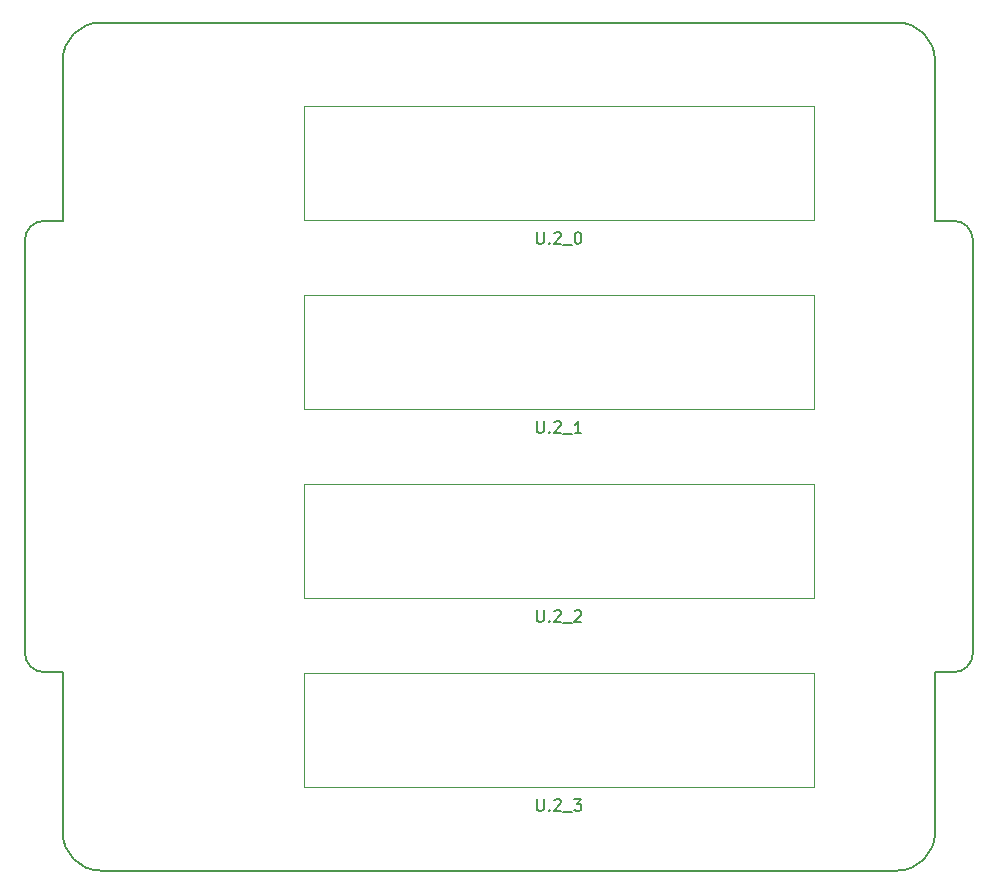
<source format=gbr>
%TF.GenerationSoftware,KiCad,Pcbnew,5.0.1-33cea8e~68~ubuntu18.10.1*%
%TF.CreationDate,2018-10-31T11:46:57-06:00*%
%TF.ProjectId,thelio-io-sas,7468656C696F2D696F2D7361732E6B69,rev?*%
%TF.SameCoordinates,Original*%
%TF.FileFunction,Legend,Top*%
%TF.FilePolarity,Positive*%
%FSLAX46Y46*%
G04 Gerber Fmt 4.6, Leading zero omitted, Abs format (unit mm)*
G04 Created by KiCad (PCBNEW 5.0.1-33cea8e~68~ubuntu18.10.1) date Wed Oct 31 11:46:57 2018*
%MOMM*%
%LPD*%
G01*
G04 APERTURE LIST*
%ADD10C,0.200000*%
%ADD11C,0.150000*%
%ADD12C,0.120000*%
G04 APERTURE END LIST*
D10*
X77050000Y-18400000D02*
X77050000Y-53400000D01*
X75450000Y-16800000D02*
G75*
G02X77050000Y-18400000I0J-1600000D01*
G01*
X73850000Y-16800000D02*
X75450000Y-16800000D01*
X73850000Y-55000000D02*
X75450000Y-55000000D01*
X77050000Y-53400000D02*
G75*
G02X75450000Y-55000000I-1600000J0D01*
G01*
X70650000Y0D02*
G75*
G02X73850000Y-3200000I0J-3200000D01*
G01*
D11*
X73850000Y-68600000D02*
G75*
G02X70650000Y-71800000I-3200000J0D01*
G01*
D10*
X73850000Y-16800000D02*
X73850000Y-3200000D01*
X73850000Y-55000000D02*
X73850000Y-68600000D01*
X-3200000Y-18400000D02*
G75*
G02X-1600000Y-16800000I1600000J0D01*
G01*
X0Y-16800000D02*
X-1600000Y-16800000D01*
X0Y-55000000D02*
X-1600000Y-55000000D01*
X-1600000Y-55000000D02*
G75*
G02X-3200000Y-53400000I0J1600000D01*
G01*
X-3200000Y-53400000D02*
X-3200000Y-18400000D01*
X0Y-16800000D02*
X0Y-3200000D01*
X0Y-55000000D02*
X0Y-68600000D01*
X3200000Y0D02*
X70650000Y0D01*
X0Y-3200000D02*
G75*
G02X3200000Y0I3200000J0D01*
G01*
X70650000Y-71800000D02*
X3200000Y-71800000D01*
X3200000Y-71800000D02*
G75*
G02X0Y-68600000I0J3200000D01*
G01*
D12*
%TO.C,U.2_3*%
X20400000Y-64700000D02*
X20400000Y-55100000D01*
X63600000Y-64700000D02*
X20400000Y-64700000D01*
X63600000Y-55100000D02*
X63600000Y-64700000D01*
X20400000Y-55100000D02*
X63600000Y-55100000D01*
%TO.C,U.2_2*%
X20400000Y-48700000D02*
X20400000Y-39100000D01*
X63600000Y-48700000D02*
X20400000Y-48700000D01*
X63600000Y-39100000D02*
X63600000Y-48700000D01*
X20400000Y-39100000D02*
X63600000Y-39100000D01*
%TO.C,U.2_1*%
X20400000Y-23100000D02*
X63600000Y-23100000D01*
X63600000Y-23100000D02*
X63600000Y-32700000D01*
X63600000Y-32700000D02*
X20400000Y-32700000D01*
X20400000Y-32700000D02*
X20400000Y-23100000D01*
%TO.C,U.2_0*%
X20400000Y-7100000D02*
X63600000Y-7100000D01*
X63600000Y-7100000D02*
X63600000Y-16700000D01*
X63600000Y-16700000D02*
X20400000Y-16700000D01*
X20400000Y-16700000D02*
X20400000Y-7100000D01*
%TD*%
%TO.C,U.2_3*%
D11*
X40142857Y-65752380D02*
X40142857Y-66561904D01*
X40190476Y-66657142D01*
X40238095Y-66704761D01*
X40333333Y-66752380D01*
X40523809Y-66752380D01*
X40619047Y-66704761D01*
X40666666Y-66657142D01*
X40714285Y-66561904D01*
X40714285Y-65752380D01*
X41190476Y-66657142D02*
X41238095Y-66704761D01*
X41190476Y-66752380D01*
X41142857Y-66704761D01*
X41190476Y-66657142D01*
X41190476Y-66752380D01*
X41619047Y-65847619D02*
X41666666Y-65800000D01*
X41761904Y-65752380D01*
X42000000Y-65752380D01*
X42095238Y-65800000D01*
X42142857Y-65847619D01*
X42190476Y-65942857D01*
X42190476Y-66038095D01*
X42142857Y-66180952D01*
X41571428Y-66752380D01*
X42190476Y-66752380D01*
X42380952Y-66847619D02*
X43142857Y-66847619D01*
X43285714Y-65752380D02*
X43904761Y-65752380D01*
X43571428Y-66133333D01*
X43714285Y-66133333D01*
X43809523Y-66180952D01*
X43857142Y-66228571D01*
X43904761Y-66323809D01*
X43904761Y-66561904D01*
X43857142Y-66657142D01*
X43809523Y-66704761D01*
X43714285Y-66752380D01*
X43428571Y-66752380D01*
X43333333Y-66704761D01*
X43285714Y-66657142D01*
%TO.C,U.2_2*%
X40142857Y-49752380D02*
X40142857Y-50561904D01*
X40190476Y-50657142D01*
X40238095Y-50704761D01*
X40333333Y-50752380D01*
X40523809Y-50752380D01*
X40619047Y-50704761D01*
X40666666Y-50657142D01*
X40714285Y-50561904D01*
X40714285Y-49752380D01*
X41190476Y-50657142D02*
X41238095Y-50704761D01*
X41190476Y-50752380D01*
X41142857Y-50704761D01*
X41190476Y-50657142D01*
X41190476Y-50752380D01*
X41619047Y-49847619D02*
X41666666Y-49800000D01*
X41761904Y-49752380D01*
X42000000Y-49752380D01*
X42095238Y-49800000D01*
X42142857Y-49847619D01*
X42190476Y-49942857D01*
X42190476Y-50038095D01*
X42142857Y-50180952D01*
X41571428Y-50752380D01*
X42190476Y-50752380D01*
X42380952Y-50847619D02*
X43142857Y-50847619D01*
X43333333Y-49847619D02*
X43380952Y-49800000D01*
X43476190Y-49752380D01*
X43714285Y-49752380D01*
X43809523Y-49800000D01*
X43857142Y-49847619D01*
X43904761Y-49942857D01*
X43904761Y-50038095D01*
X43857142Y-50180952D01*
X43285714Y-50752380D01*
X43904761Y-50752380D01*
%TO.C,U.2_1*%
X40142857Y-33752380D02*
X40142857Y-34561904D01*
X40190476Y-34657142D01*
X40238095Y-34704761D01*
X40333333Y-34752380D01*
X40523809Y-34752380D01*
X40619047Y-34704761D01*
X40666666Y-34657142D01*
X40714285Y-34561904D01*
X40714285Y-33752380D01*
X41190476Y-34657142D02*
X41238095Y-34704761D01*
X41190476Y-34752380D01*
X41142857Y-34704761D01*
X41190476Y-34657142D01*
X41190476Y-34752380D01*
X41619047Y-33847619D02*
X41666666Y-33800000D01*
X41761904Y-33752380D01*
X42000000Y-33752380D01*
X42095238Y-33800000D01*
X42142857Y-33847619D01*
X42190476Y-33942857D01*
X42190476Y-34038095D01*
X42142857Y-34180952D01*
X41571428Y-34752380D01*
X42190476Y-34752380D01*
X42380952Y-34847619D02*
X43142857Y-34847619D01*
X43904761Y-34752380D02*
X43333333Y-34752380D01*
X43619047Y-34752380D02*
X43619047Y-33752380D01*
X43523809Y-33895238D01*
X43428571Y-33990476D01*
X43333333Y-34038095D01*
%TO.C,U.2_0*%
X40142857Y-17752380D02*
X40142857Y-18561904D01*
X40190476Y-18657142D01*
X40238095Y-18704761D01*
X40333333Y-18752380D01*
X40523809Y-18752380D01*
X40619047Y-18704761D01*
X40666666Y-18657142D01*
X40714285Y-18561904D01*
X40714285Y-17752380D01*
X41190476Y-18657142D02*
X41238095Y-18704761D01*
X41190476Y-18752380D01*
X41142857Y-18704761D01*
X41190476Y-18657142D01*
X41190476Y-18752380D01*
X41619047Y-17847619D02*
X41666666Y-17800000D01*
X41761904Y-17752380D01*
X42000000Y-17752380D01*
X42095238Y-17800000D01*
X42142857Y-17847619D01*
X42190476Y-17942857D01*
X42190476Y-18038095D01*
X42142857Y-18180952D01*
X41571428Y-18752380D01*
X42190476Y-18752380D01*
X42380952Y-18847619D02*
X43142857Y-18847619D01*
X43571428Y-17752380D02*
X43666666Y-17752380D01*
X43761904Y-17800000D01*
X43809523Y-17847619D01*
X43857142Y-17942857D01*
X43904761Y-18133333D01*
X43904761Y-18371428D01*
X43857142Y-18561904D01*
X43809523Y-18657142D01*
X43761904Y-18704761D01*
X43666666Y-18752380D01*
X43571428Y-18752380D01*
X43476190Y-18704761D01*
X43428571Y-18657142D01*
X43380952Y-18561904D01*
X43333333Y-18371428D01*
X43333333Y-18133333D01*
X43380952Y-17942857D01*
X43428571Y-17847619D01*
X43476190Y-17800000D01*
X43571428Y-17752380D01*
%TD*%
M02*

</source>
